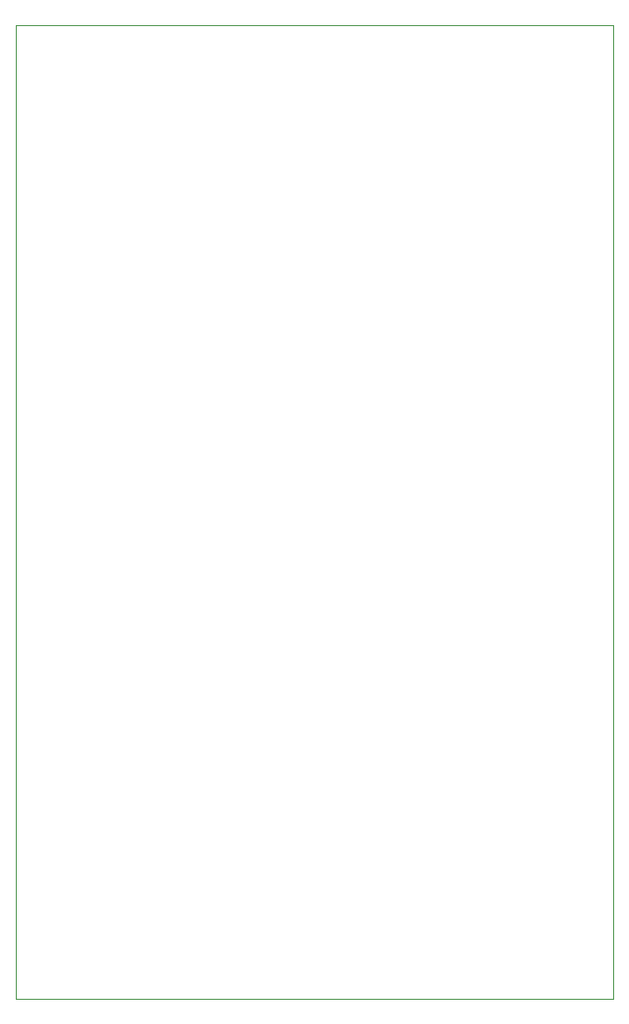
<source format=gbr>
%TF.GenerationSoftware,KiCad,Pcbnew,7.0.7*%
%TF.CreationDate,2024-05-20T18:34:11-04:00*%
%TF.ProjectId,LVPD-board_v2,4c565044-2d62-46f6-9172-645f76322e6b,rev?*%
%TF.SameCoordinates,Original*%
%TF.FileFunction,Profile,NP*%
%FSLAX46Y46*%
G04 Gerber Fmt 4.6, Leading zero omitted, Abs format (unit mm)*
G04 Created by KiCad (PCBNEW 7.0.7) date 2024-05-20 18:34:11*
%MOMM*%
%LPD*%
G01*
G04 APERTURE LIST*
%TA.AperFunction,Profile*%
%ADD10C,0.100000*%
%TD*%
G04 APERTURE END LIST*
D10*
X100100000Y-48500000D02*
X154500000Y-48500000D01*
X154500000Y-137000000D01*
X100100000Y-137000000D01*
X100100000Y-48500000D01*
M02*

</source>
